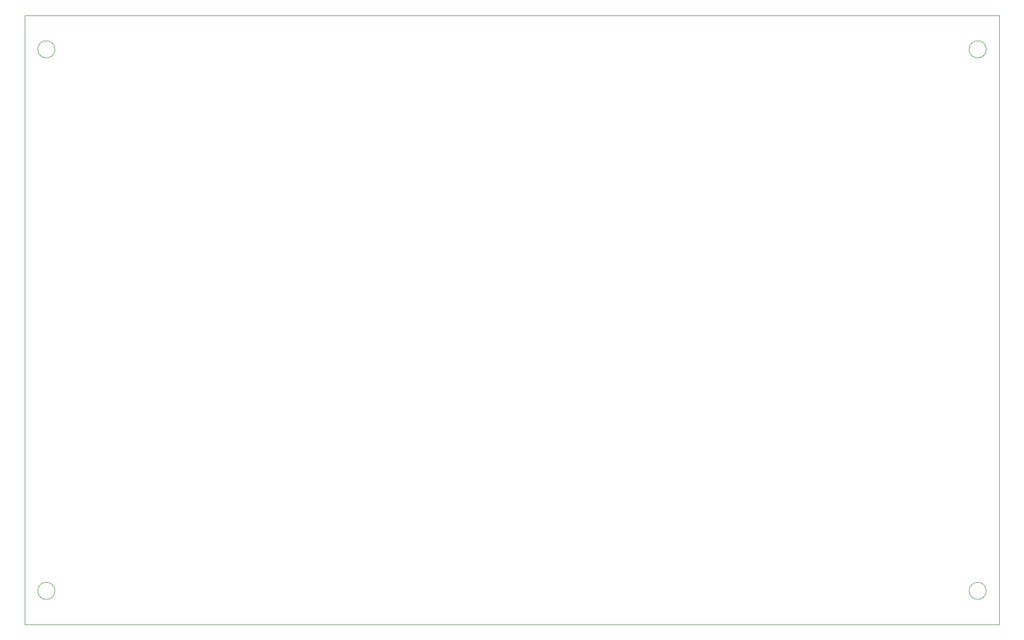
<source format=gbr>
G04 #@! TF.GenerationSoftware,KiCad,Pcbnew,5.1.2*
G04 #@! TF.CreationDate,2019-07-23T05:27:10+02:00*
G04 #@! TF.ProjectId,Motor,4d6f746f-722e-46b6-9963-61645f706362,rev?*
G04 #@! TF.SameCoordinates,Original*
G04 #@! TF.FileFunction,Profile,NP*
%FSLAX46Y46*%
G04 Gerber Fmt 4.6, Leading zero omitted, Abs format (unit mm)*
G04 Created by KiCad (PCBNEW 5.1.2) date 2019-07-23 05:27:10*
%MOMM*%
%LPD*%
G04 APERTURE LIST*
%ADD10C,0.050000*%
G04 APERTURE END LIST*
D10*
X197840000Y-139450000D02*
G75*
G03X197840000Y-139450000I-1400000J0D01*
G01*
X197840000Y-50550000D02*
G75*
G03X197840000Y-50550000I-1400000J0D01*
G01*
X44970000Y-139450000D02*
G75*
G03X44970000Y-139450000I-1400000J0D01*
G01*
X44970000Y-50550000D02*
G75*
G03X44970000Y-50550000I-1400000J0D01*
G01*
X200000000Y-145000000D02*
X200000000Y-45000000D01*
X200000000Y-45000000D02*
X40000000Y-45000000D01*
X40000000Y-45000000D02*
X40000000Y-145000000D01*
X40000000Y-145000000D02*
X200000000Y-145000000D01*
M02*

</source>
